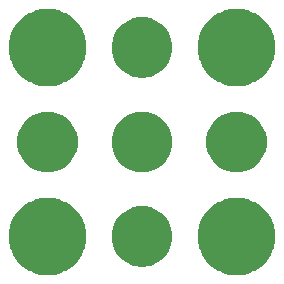
<source format=gbs>
%TF.GenerationSoftware,KiCad,Pcbnew,5.0.0-fee4fd1~66~ubuntu16.04.1*%
%TF.CreationDate,2018-09-25T10:52:31-07:00*%
%TF.ProjectId,3x3-CR2032-Coin-Cell,3378332D4352323033322D436F696E2D,v1.2*%
%TF.SameCoordinates,Original*%
%TF.FileFunction,Soldermask,Bot*%
%TF.FilePolarity,Negative*%
%FSLAX46Y46*%
G04 Gerber Fmt 4.6, Leading zero omitted, Abs format (unit mm)*
G04 Created by KiCad (PCBNEW 5.0.0-fee4fd1~66~ubuntu16.04.1) date Tue Sep 25 10:52:31 2018*
%MOMM*%
%LPD*%
G01*
G04 APERTURE LIST*
%ADD10C,0.350000*%
G04 APERTURE END LIST*
D10*
G36*
X14757663Y-39945768D02*
X15179634Y-40029703D01*
X15640792Y-40220721D01*
X15775863Y-40276669D01*
X16312456Y-40635209D01*
X16768791Y-41091544D01*
X17127331Y-41628137D01*
X17127332Y-41628140D01*
X17374297Y-42224366D01*
X17500200Y-42857323D01*
X17500200Y-43502677D01*
X17374297Y-44135634D01*
X17266636Y-44395550D01*
X17127331Y-44731863D01*
X16768791Y-45268456D01*
X16312456Y-45724791D01*
X15775863Y-46083331D01*
X15640792Y-46139279D01*
X15179634Y-46330297D01*
X14757663Y-46414232D01*
X14546678Y-46456200D01*
X13901322Y-46456200D01*
X13690337Y-46414232D01*
X13268366Y-46330297D01*
X12807208Y-46139279D01*
X12672137Y-46083331D01*
X12135544Y-45724791D01*
X11679209Y-45268456D01*
X11320669Y-44731863D01*
X11181364Y-44395550D01*
X11073703Y-44135634D01*
X10947800Y-43502677D01*
X10947800Y-42857323D01*
X11073703Y-42224366D01*
X11320668Y-41628140D01*
X11320669Y-41628137D01*
X11679209Y-41091544D01*
X12135544Y-40635209D01*
X12672137Y-40276669D01*
X12807208Y-40220721D01*
X13268366Y-40029703D01*
X13690337Y-39945768D01*
X13901322Y-39903800D01*
X14546678Y-39903800D01*
X14757663Y-39945768D01*
X14757663Y-39945768D01*
G37*
G36*
X30757663Y-39945768D02*
X31179634Y-40029703D01*
X31640792Y-40220721D01*
X31775863Y-40276669D01*
X32312456Y-40635209D01*
X32768791Y-41091544D01*
X33127331Y-41628137D01*
X33127332Y-41628140D01*
X33374297Y-42224366D01*
X33500200Y-42857323D01*
X33500200Y-43502677D01*
X33374297Y-44135634D01*
X33266636Y-44395550D01*
X33127331Y-44731863D01*
X32768791Y-45268456D01*
X32312456Y-45724791D01*
X31775863Y-46083331D01*
X31640792Y-46139279D01*
X31179634Y-46330297D01*
X30757663Y-46414232D01*
X30546678Y-46456200D01*
X29901322Y-46456200D01*
X29690337Y-46414232D01*
X29268366Y-46330297D01*
X28807208Y-46139279D01*
X28672137Y-46083331D01*
X28135544Y-45724791D01*
X27679209Y-45268456D01*
X27320669Y-44731863D01*
X27181364Y-44395550D01*
X27073703Y-44135634D01*
X26947800Y-43502677D01*
X26947800Y-42857323D01*
X27073703Y-42224366D01*
X27320668Y-41628140D01*
X27320669Y-41628137D01*
X27679209Y-41091544D01*
X28135544Y-40635209D01*
X28672137Y-40276669D01*
X28807208Y-40220721D01*
X29268366Y-40029703D01*
X29690337Y-39945768D01*
X29901322Y-39903800D01*
X30546678Y-39903800D01*
X30757663Y-39945768D01*
X30757663Y-39945768D01*
G37*
G36*
X22584380Y-40635209D02*
X22972535Y-40712417D01*
X23439550Y-40905861D01*
X23859859Y-41186703D01*
X24217297Y-41544141D01*
X24498139Y-41964450D01*
X24691583Y-42431465D01*
X24691583Y-42431467D01*
X24790200Y-42927251D01*
X24790200Y-43432749D01*
X24776290Y-43502678D01*
X24691583Y-43928535D01*
X24498139Y-44395550D01*
X24217297Y-44815859D01*
X23859859Y-45173297D01*
X23439550Y-45454139D01*
X22972535Y-45647583D01*
X22642010Y-45713328D01*
X22476749Y-45746200D01*
X21971251Y-45746200D01*
X21805990Y-45713328D01*
X21475465Y-45647583D01*
X21008450Y-45454139D01*
X20588141Y-45173297D01*
X20230703Y-44815859D01*
X19949861Y-44395550D01*
X19756417Y-43928535D01*
X19671710Y-43502678D01*
X19657800Y-43432749D01*
X19657800Y-42927251D01*
X19756417Y-42431467D01*
X19756417Y-42431465D01*
X19949861Y-41964450D01*
X20230703Y-41544141D01*
X20588141Y-41186703D01*
X21008450Y-40905861D01*
X21475465Y-40712417D01*
X21863620Y-40635209D01*
X21971251Y-40613800D01*
X22476749Y-40613800D01*
X22584380Y-40635209D01*
X22584380Y-40635209D01*
G37*
G36*
X30642010Y-32646672D02*
X30972535Y-32712417D01*
X31439550Y-32905861D01*
X31859859Y-33186703D01*
X32217297Y-33544141D01*
X32498139Y-33964450D01*
X32691583Y-34431465D01*
X32790200Y-34927252D01*
X32790200Y-35432748D01*
X32691583Y-35928535D01*
X32498139Y-36395550D01*
X32217297Y-36815859D01*
X31859859Y-37173297D01*
X31439550Y-37454139D01*
X30972535Y-37647583D01*
X30642010Y-37713328D01*
X30476749Y-37746200D01*
X29971251Y-37746200D01*
X29805990Y-37713328D01*
X29475465Y-37647583D01*
X29008450Y-37454139D01*
X28588141Y-37173297D01*
X28230703Y-36815859D01*
X27949861Y-36395550D01*
X27756417Y-35928535D01*
X27657800Y-35432748D01*
X27657800Y-34927252D01*
X27756417Y-34431465D01*
X27949861Y-33964450D01*
X28230703Y-33544141D01*
X28588141Y-33186703D01*
X29008450Y-32905861D01*
X29475465Y-32712417D01*
X29805990Y-32646672D01*
X29971251Y-32613800D01*
X30476749Y-32613800D01*
X30642010Y-32646672D01*
X30642010Y-32646672D01*
G37*
G36*
X22642010Y-32646672D02*
X22972535Y-32712417D01*
X23439550Y-32905861D01*
X23859859Y-33186703D01*
X24217297Y-33544141D01*
X24498139Y-33964450D01*
X24691583Y-34431465D01*
X24790200Y-34927252D01*
X24790200Y-35432748D01*
X24691583Y-35928535D01*
X24498139Y-36395550D01*
X24217297Y-36815859D01*
X23859859Y-37173297D01*
X23439550Y-37454139D01*
X22972535Y-37647583D01*
X22642010Y-37713328D01*
X22476749Y-37746200D01*
X21971251Y-37746200D01*
X21805990Y-37713328D01*
X21475465Y-37647583D01*
X21008450Y-37454139D01*
X20588141Y-37173297D01*
X20230703Y-36815859D01*
X19949861Y-36395550D01*
X19756417Y-35928535D01*
X19657800Y-35432748D01*
X19657800Y-34927252D01*
X19756417Y-34431465D01*
X19949861Y-33964450D01*
X20230703Y-33544141D01*
X20588141Y-33186703D01*
X21008450Y-32905861D01*
X21475465Y-32712417D01*
X21805990Y-32646672D01*
X21971251Y-32613800D01*
X22476749Y-32613800D01*
X22642010Y-32646672D01*
X22642010Y-32646672D01*
G37*
G36*
X14642010Y-32646672D02*
X14972535Y-32712417D01*
X15439550Y-32905861D01*
X15859859Y-33186703D01*
X16217297Y-33544141D01*
X16498139Y-33964450D01*
X16691583Y-34431465D01*
X16790200Y-34927252D01*
X16790200Y-35432748D01*
X16691583Y-35928535D01*
X16498139Y-36395550D01*
X16217297Y-36815859D01*
X15859859Y-37173297D01*
X15439550Y-37454139D01*
X14972535Y-37647583D01*
X14642010Y-37713328D01*
X14476749Y-37746200D01*
X13971251Y-37746200D01*
X13805990Y-37713328D01*
X13475465Y-37647583D01*
X13008450Y-37454139D01*
X12588141Y-37173297D01*
X12230703Y-36815859D01*
X11949861Y-36395550D01*
X11756417Y-35928535D01*
X11657800Y-35432748D01*
X11657800Y-34927252D01*
X11756417Y-34431465D01*
X11949861Y-33964450D01*
X12230703Y-33544141D01*
X12588141Y-33186703D01*
X13008450Y-32905861D01*
X13475465Y-32712417D01*
X13805990Y-32646672D01*
X13971251Y-32613800D01*
X14476749Y-32613800D01*
X14642010Y-32646672D01*
X14642010Y-32646672D01*
G37*
G36*
X30757663Y-23945768D02*
X31179634Y-24029703D01*
X31640792Y-24220721D01*
X31775863Y-24276669D01*
X32312456Y-24635209D01*
X32768791Y-25091544D01*
X33127331Y-25628137D01*
X33127332Y-25628140D01*
X33374297Y-26224366D01*
X33500200Y-26857323D01*
X33500200Y-27502677D01*
X33374297Y-28135634D01*
X33266636Y-28395550D01*
X33127331Y-28731863D01*
X32768791Y-29268456D01*
X32312456Y-29724791D01*
X31775863Y-30083331D01*
X31640792Y-30139279D01*
X31179634Y-30330297D01*
X30757663Y-30414232D01*
X30546678Y-30456200D01*
X29901322Y-30456200D01*
X29690337Y-30414232D01*
X29268366Y-30330297D01*
X28807208Y-30139279D01*
X28672137Y-30083331D01*
X28135544Y-29724791D01*
X27679209Y-29268456D01*
X27320669Y-28731863D01*
X27181364Y-28395550D01*
X27073703Y-28135634D01*
X26947800Y-27502677D01*
X26947800Y-26857323D01*
X27073703Y-26224366D01*
X27320668Y-25628140D01*
X27320669Y-25628137D01*
X27679209Y-25091544D01*
X28135544Y-24635209D01*
X28672137Y-24276669D01*
X28807208Y-24220721D01*
X29268366Y-24029703D01*
X29690337Y-23945768D01*
X29901322Y-23903800D01*
X30546678Y-23903800D01*
X30757663Y-23945768D01*
X30757663Y-23945768D01*
G37*
G36*
X14757663Y-23945768D02*
X15179634Y-24029703D01*
X15640792Y-24220721D01*
X15775863Y-24276669D01*
X16312456Y-24635209D01*
X16768791Y-25091544D01*
X17127331Y-25628137D01*
X17127332Y-25628140D01*
X17374297Y-26224366D01*
X17500200Y-26857323D01*
X17500200Y-27502677D01*
X17374297Y-28135634D01*
X17266636Y-28395550D01*
X17127331Y-28731863D01*
X16768791Y-29268456D01*
X16312456Y-29724791D01*
X15775863Y-30083331D01*
X15640792Y-30139279D01*
X15179634Y-30330297D01*
X14757663Y-30414232D01*
X14546678Y-30456200D01*
X13901322Y-30456200D01*
X13690337Y-30414232D01*
X13268366Y-30330297D01*
X12807208Y-30139279D01*
X12672137Y-30083331D01*
X12135544Y-29724791D01*
X11679209Y-29268456D01*
X11320669Y-28731863D01*
X11181364Y-28395550D01*
X11073703Y-28135634D01*
X10947800Y-27502677D01*
X10947800Y-26857323D01*
X11073703Y-26224366D01*
X11320668Y-25628140D01*
X11320669Y-25628137D01*
X11679209Y-25091544D01*
X12135544Y-24635209D01*
X12672137Y-24276669D01*
X12807208Y-24220721D01*
X13268366Y-24029703D01*
X13690337Y-23945768D01*
X13901322Y-23903800D01*
X14546678Y-23903800D01*
X14757663Y-23945768D01*
X14757663Y-23945768D01*
G37*
G36*
X22584380Y-24635209D02*
X22972535Y-24712417D01*
X23439550Y-24905861D01*
X23859859Y-25186703D01*
X24217297Y-25544141D01*
X24498139Y-25964450D01*
X24691583Y-26431465D01*
X24691583Y-26431467D01*
X24790200Y-26927251D01*
X24790200Y-27432749D01*
X24776290Y-27502678D01*
X24691583Y-27928535D01*
X24498139Y-28395550D01*
X24217297Y-28815859D01*
X23859859Y-29173297D01*
X23439550Y-29454139D01*
X22972535Y-29647583D01*
X22642010Y-29713328D01*
X22476749Y-29746200D01*
X21971251Y-29746200D01*
X21805990Y-29713328D01*
X21475465Y-29647583D01*
X21008450Y-29454139D01*
X20588141Y-29173297D01*
X20230703Y-28815859D01*
X19949861Y-28395550D01*
X19756417Y-27928535D01*
X19671710Y-27502678D01*
X19657800Y-27432749D01*
X19657800Y-26927251D01*
X19756417Y-26431467D01*
X19756417Y-26431465D01*
X19949861Y-25964450D01*
X20230703Y-25544141D01*
X20588141Y-25186703D01*
X21008450Y-24905861D01*
X21475465Y-24712417D01*
X21863620Y-24635209D01*
X21971251Y-24613800D01*
X22476749Y-24613800D01*
X22584380Y-24635209D01*
X22584380Y-24635209D01*
G37*
M02*

</source>
